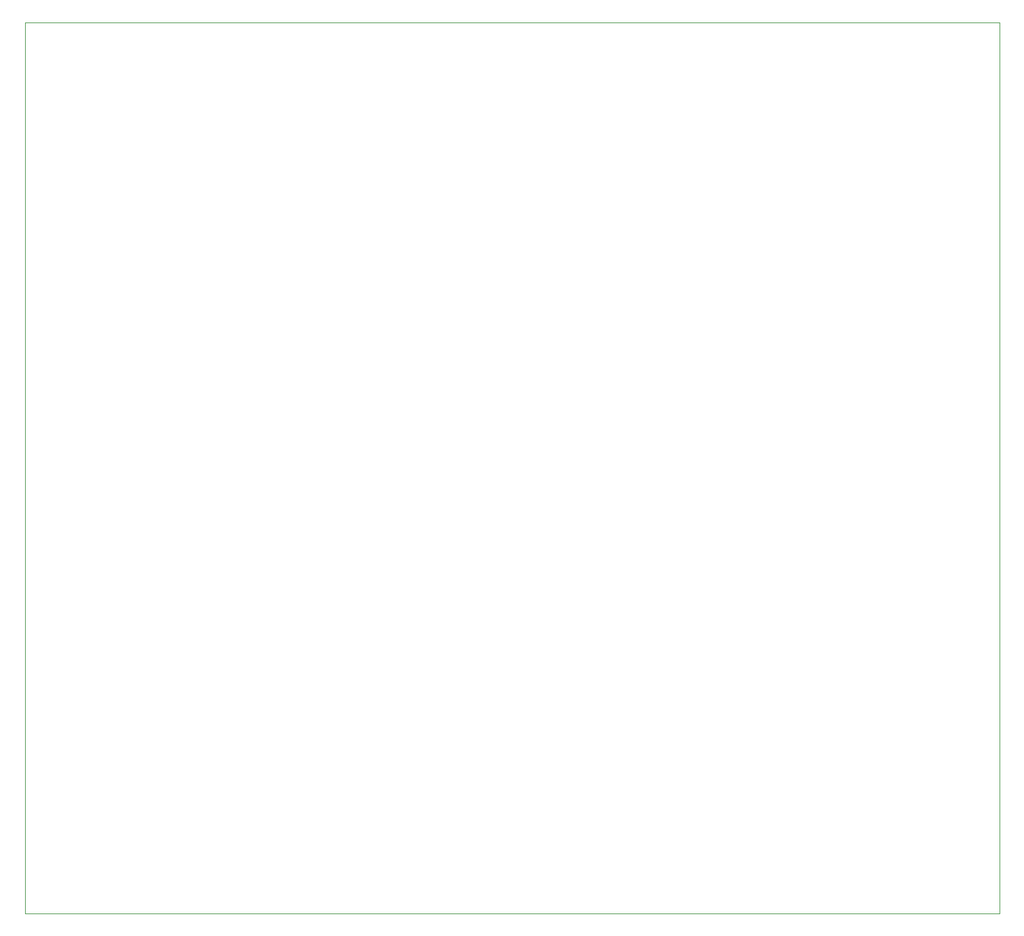
<source format=gbr>
%TF.GenerationSoftware,KiCad,Pcbnew,7.0.5*%
%TF.CreationDate,2023-06-06T14:49:00-07:00*%
%TF.ProjectId,halloween vending machine,68616c6c-6f77-4656-956e-2076656e6469,rev?*%
%TF.SameCoordinates,Original*%
%TF.FileFunction,Profile,NP*%
%FSLAX46Y46*%
G04 Gerber Fmt 4.6, Leading zero omitted, Abs format (unit mm)*
G04 Created by KiCad (PCBNEW 7.0.5) date 2023-06-06 14:49:00*
%MOMM*%
%LPD*%
G01*
G04 APERTURE LIST*
%TA.AperFunction,Profile*%
%ADD10C,0.100000*%
%TD*%
G04 APERTURE END LIST*
D10*
X21082000Y-19812000D02*
X149352000Y-19812000D01*
X149352000Y-137160000D01*
X21082000Y-137160000D01*
X21082000Y-19812000D01*
M02*

</source>
